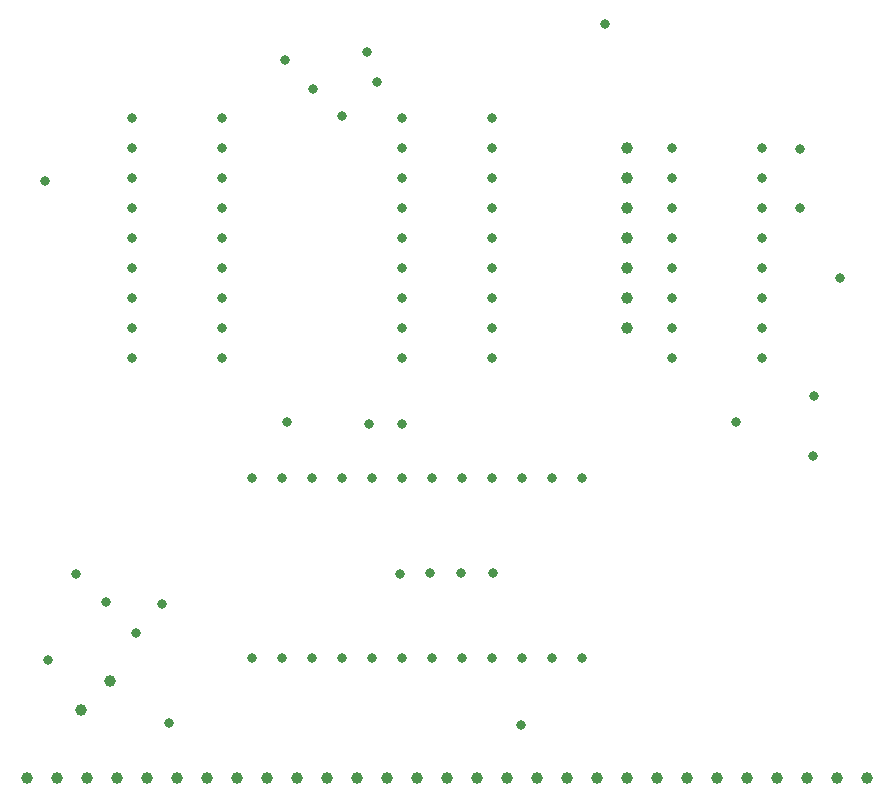
<source format=gbr>
%TF.GenerationSoftware,KiCad,Pcbnew,5.1.10*%
%TF.CreationDate,2021-11-29T17:51:55+01:00*%
%TF.ProjectId,Speichermodul_A,53706569-6368-4657-926d-6f64756c5f41,1*%
%TF.SameCoordinates,Original*%
%TF.FileFunction,Plated,1,2,PTH,Drill*%
%TF.FilePolarity,Positive*%
%FSLAX46Y46*%
G04 Gerber Fmt 4.6, Leading zero omitted, Abs format (unit mm)*
G04 Created by KiCad (PCBNEW 5.1.10) date 2021-11-29 17:51:55*
%MOMM*%
%LPD*%
G01*
G04 APERTURE LIST*
%TA.AperFunction,ViaDrill*%
%ADD10C,0.800000*%
%TD*%
%TA.AperFunction,ComponentDrill*%
%ADD11C,0.800000*%
%TD*%
%TA.AperFunction,ComponentDrill*%
%ADD12C,1.000000*%
%TD*%
G04 APERTURE END LIST*
D10*
X119000000Y-84600000D03*
X119200000Y-125200000D03*
X121600000Y-117900000D03*
X124100000Y-120300000D03*
D11*
%TO.C,U4*%
X126360000Y-79280000D03*
X126360000Y-81820000D03*
X126360000Y-84360000D03*
X126360000Y-86900000D03*
X126360000Y-89440000D03*
X126360000Y-91980000D03*
X126360000Y-94520000D03*
X126360000Y-97060000D03*
X126360000Y-99600000D03*
%TD*%
D10*
X126700000Y-122900000D03*
X128900000Y-120400000D03*
X129500000Y-130500000D03*
D11*
%TO.C,U4*%
X133980000Y-79280000D03*
X133980000Y-81820000D03*
X133980000Y-84360000D03*
X133980000Y-86900000D03*
X133980000Y-89440000D03*
X133980000Y-91980000D03*
X133980000Y-94520000D03*
X133980000Y-97060000D03*
X133980000Y-99600000D03*
%TO.C,U2*%
X136520000Y-109760000D03*
X136520000Y-125000000D03*
X139060000Y-109760000D03*
X139060000Y-125000000D03*
%TD*%
D10*
X139300000Y-74400000D03*
X139500000Y-105000000D03*
D11*
%TO.C,U2*%
X141600000Y-109760000D03*
X141600000Y-125000000D03*
%TD*%
D10*
X141700000Y-76800000D03*
X144100000Y-79100000D03*
D11*
%TO.C,U2*%
X144140000Y-109760000D03*
X144140000Y-125000000D03*
%TD*%
D10*
X146200000Y-73700000D03*
X146400000Y-105200000D03*
D11*
%TO.C,U2*%
X146680000Y-109760000D03*
X146680000Y-125000000D03*
%TD*%
D10*
X147100000Y-76200000D03*
X149000000Y-117900000D03*
X149200000Y-105200000D03*
D11*
%TO.C,U3*%
X149220000Y-79280000D03*
X149220000Y-81820000D03*
X149220000Y-84360000D03*
X149220000Y-86900000D03*
X149220000Y-89440000D03*
X149220000Y-91980000D03*
X149220000Y-94520000D03*
X149220000Y-97060000D03*
X149220000Y-99600000D03*
%TO.C,U2*%
X149220000Y-109760000D03*
X149220000Y-125000000D03*
%TD*%
D10*
X151600000Y-117800000D03*
D11*
%TO.C,U2*%
X151760000Y-109760000D03*
X151760000Y-125000000D03*
%TD*%
D10*
X154200000Y-117800000D03*
D11*
%TO.C,U2*%
X154300000Y-109760000D03*
X154300000Y-125000000D03*
%TO.C,U3*%
X156840000Y-79280000D03*
X156840000Y-81820000D03*
X156840000Y-84360000D03*
X156840000Y-86900000D03*
X156840000Y-89440000D03*
X156840000Y-91980000D03*
X156840000Y-94520000D03*
X156840000Y-97060000D03*
X156840000Y-99600000D03*
%TO.C,U2*%
X156840000Y-109760000D03*
X156840000Y-125000000D03*
%TD*%
D10*
X156900000Y-117800000D03*
X159300000Y-130700000D03*
D11*
%TO.C,U2*%
X159380000Y-109760000D03*
X159380000Y-125000000D03*
X161920000Y-109760000D03*
X161920000Y-125000000D03*
X164460000Y-109760000D03*
X164460000Y-125000000D03*
%TD*%
D10*
X166400000Y-71300000D03*
D11*
%TO.C,U15*%
X172080000Y-81820000D03*
X172080000Y-84360000D03*
X172080000Y-86900000D03*
X172080000Y-89440000D03*
X172080000Y-91980000D03*
X172080000Y-94520000D03*
X172080000Y-97060000D03*
X172080000Y-99600000D03*
%TD*%
D10*
X177500000Y-105000000D03*
D11*
%TO.C,U15*%
X179700000Y-81820000D03*
X179700000Y-84360000D03*
X179700000Y-86900000D03*
X179700000Y-89440000D03*
X179700000Y-91980000D03*
X179700000Y-94520000D03*
X179700000Y-97060000D03*
X179700000Y-99600000D03*
%TO.C,C3*%
X182875000Y-81900000D03*
X182875000Y-86900000D03*
%TD*%
D10*
X184000000Y-107900000D03*
X184100000Y-102800000D03*
X186300000Y-92800000D03*
D12*
%TO.C,X10*%
X117470000Y-135160000D03*
X120010000Y-135160000D03*
%TO.C,C4*%
X122000000Y-129445000D03*
%TO.C,X10*%
X122550000Y-135160000D03*
%TO.C,C4*%
X124474874Y-126970126D03*
%TO.C,X10*%
X125090000Y-135160000D03*
X127630000Y-135160000D03*
X130170000Y-135160000D03*
X132710000Y-135160000D03*
X135250000Y-135160000D03*
X137790000Y-135160000D03*
X140330000Y-135160000D03*
X142870000Y-135160000D03*
X145410000Y-135160000D03*
X147950000Y-135160000D03*
X150490000Y-135160000D03*
X153030000Y-135160000D03*
X155570000Y-135160000D03*
X158110000Y-135160000D03*
X160650000Y-135160000D03*
X163190000Y-135160000D03*
X165730000Y-135160000D03*
%TO.C,X11*%
X168270000Y-81820000D03*
X168270000Y-84360000D03*
X168270000Y-86900000D03*
X168270000Y-89440000D03*
X168270000Y-91980000D03*
X168270000Y-94520000D03*
X168270000Y-97060000D03*
%TO.C,X10*%
X168270000Y-135160000D03*
X170810000Y-135160000D03*
X173350000Y-135160000D03*
X175890000Y-135160000D03*
X178430000Y-135160000D03*
X180970000Y-135160000D03*
X183510000Y-135160000D03*
X186050000Y-135160000D03*
X188590000Y-135160000D03*
M02*

</source>
